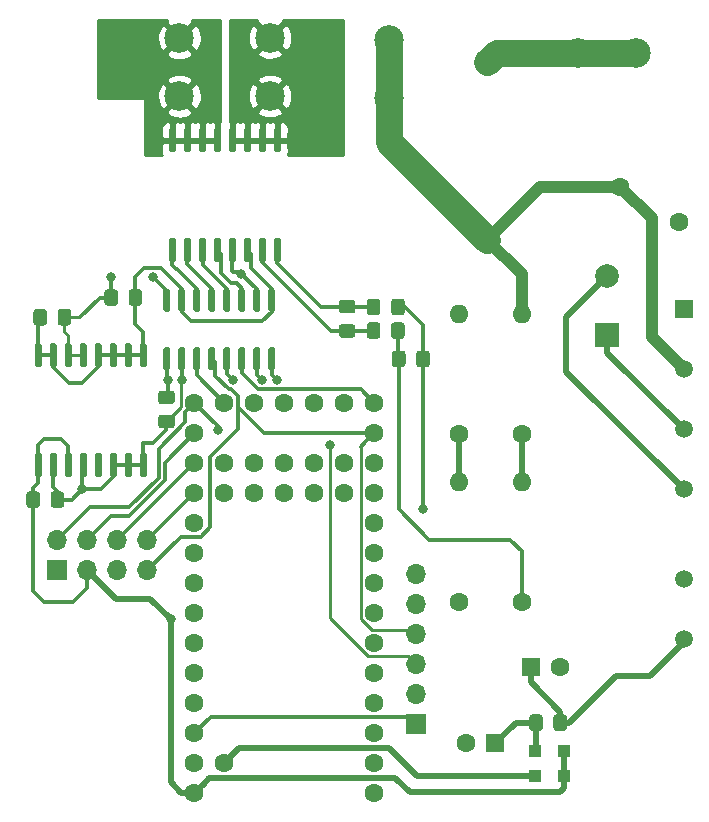
<source format=gtl>
G04 #@! TF.GenerationSoftware,KiCad,Pcbnew,(5.1.10-1-10_14)*
G04 #@! TF.CreationDate,2021-07-31T12:24:41+02:00*
G04 #@! TF.ProjectId,PowerAnalyzer_ACS71020,506f7765-7241-46e6-916c-797a65725f41,2.1*
G04 #@! TF.SameCoordinates,Original*
G04 #@! TF.FileFunction,Copper,L1,Top*
G04 #@! TF.FilePolarity,Positive*
%FSLAX46Y46*%
G04 Gerber Fmt 4.6, Leading zero omitted, Abs format (unit mm)*
G04 Created by KiCad (PCBNEW (5.1.10-1-10_14)) date 2021-07-31 12:24:41*
%MOMM*%
%LPD*%
G01*
G04 APERTURE LIST*
G04 #@! TA.AperFunction,ComponentPad*
%ADD10O,1.700000X1.700000*%
G04 #@! TD*
G04 #@! TA.AperFunction,ComponentPad*
%ADD11R,1.700000X1.700000*%
G04 #@! TD*
G04 #@! TA.AperFunction,ComponentPad*
%ADD12C,1.600000*%
G04 #@! TD*
G04 #@! TA.AperFunction,ComponentPad*
%ADD13C,2.000000*%
G04 #@! TD*
G04 #@! TA.AperFunction,ComponentPad*
%ADD14R,1.508000X1.508000*%
G04 #@! TD*
G04 #@! TA.AperFunction,ComponentPad*
%ADD15C,1.508000*%
G04 #@! TD*
G04 #@! TA.AperFunction,ComponentPad*
%ADD16C,2.500000*%
G04 #@! TD*
G04 #@! TA.AperFunction,ComponentPad*
%ADD17R,2.000000X2.000000*%
G04 #@! TD*
G04 #@! TA.AperFunction,ComponentPad*
%ADD18O,1.600000X1.600000*%
G04 #@! TD*
G04 #@! TA.AperFunction,ComponentPad*
%ADD19R,1.600000X1.600000*%
G04 #@! TD*
G04 #@! TA.AperFunction,SMDPad,CuDef*
%ADD20R,1.000000X1.000000*%
G04 #@! TD*
G04 #@! TA.AperFunction,ViaPad*
%ADD21C,0.800000*%
G04 #@! TD*
G04 #@! TA.AperFunction,Conductor*
%ADD22C,0.300000*%
G04 #@! TD*
G04 #@! TA.AperFunction,Conductor*
%ADD23C,0.250000*%
G04 #@! TD*
G04 #@! TA.AperFunction,Conductor*
%ADD24C,0.500000*%
G04 #@! TD*
G04 #@! TA.AperFunction,Conductor*
%ADD25C,2.250000*%
G04 #@! TD*
G04 #@! TA.AperFunction,Conductor*
%ADD26C,1.000000*%
G04 #@! TD*
G04 #@! TA.AperFunction,Conductor*
%ADD27C,0.254000*%
G04 #@! TD*
G04 #@! TA.AperFunction,Conductor*
%ADD28C,0.100000*%
G04 #@! TD*
G04 APERTURE END LIST*
D10*
X100000000Y-168380000D03*
X100000000Y-170920000D03*
X100000000Y-173460000D03*
X100000000Y-176000000D03*
X100000000Y-178540000D03*
D11*
X100000000Y-181080000D03*
D12*
X93980000Y-161544000D03*
X93980000Y-159004000D03*
X91440000Y-161544000D03*
X91440000Y-159004000D03*
X88900000Y-161544000D03*
X88900000Y-159004000D03*
X86360000Y-161544000D03*
X86360000Y-159004000D03*
X83820000Y-161544000D03*
X83820000Y-159004000D03*
X96520000Y-186944000D03*
X96520000Y-184404000D03*
X96520000Y-181864000D03*
X96520000Y-179324000D03*
X96520000Y-176784000D03*
X96520000Y-174244000D03*
X96520000Y-171704000D03*
X96520000Y-169164000D03*
X96520000Y-166624000D03*
X96520000Y-164084000D03*
X96520000Y-161544000D03*
X96520000Y-159004000D03*
X96520000Y-156464000D03*
X83820000Y-184404000D03*
X81280000Y-186944000D03*
X81280000Y-184404000D03*
X81280000Y-181864000D03*
X81280000Y-179324000D03*
X81280000Y-176784000D03*
X81280000Y-174244000D03*
X81280000Y-171704000D03*
X81280000Y-169164000D03*
X81280000Y-166624000D03*
X81280000Y-164084000D03*
X81280000Y-161544000D03*
X81280000Y-159004000D03*
X81280000Y-156464000D03*
X96520000Y-153924000D03*
X93980000Y-153924000D03*
X91440000Y-153924000D03*
X81280000Y-153924000D03*
X83820000Y-153924000D03*
X86360000Y-153924000D03*
X88900000Y-153924000D03*
G04 #@! TA.AperFunction,SMDPad,CuDef*
G36*
G01*
X69095000Y-162560001D02*
X69095000Y-161659999D01*
G75*
G02*
X69344999Y-161410000I249999J0D01*
G01*
X69995001Y-161410000D01*
G75*
G02*
X70245000Y-161659999I0J-249999D01*
G01*
X70245000Y-162560001D01*
G75*
G02*
X69995001Y-162810000I-249999J0D01*
G01*
X69344999Y-162810000D01*
G75*
G02*
X69095000Y-162560001I0J249999D01*
G01*
G37*
G04 #@! TD.AperFunction*
G04 #@! TA.AperFunction,SMDPad,CuDef*
G36*
G01*
X67045000Y-162560001D02*
X67045000Y-161659999D01*
G75*
G02*
X67294999Y-161410000I249999J0D01*
G01*
X67945001Y-161410000D01*
G75*
G02*
X68195000Y-161659999I0J-249999D01*
G01*
X68195000Y-162560001D01*
G75*
G02*
X67945001Y-162810000I-249999J0D01*
G01*
X67294999Y-162810000D01*
G75*
G02*
X67045000Y-162560001I0J249999D01*
G01*
G37*
G04 #@! TD.AperFunction*
D10*
X77270000Y-165530000D03*
X77270000Y-168070000D03*
X74730000Y-165530000D03*
X74730000Y-168070000D03*
X72190000Y-165530000D03*
X72190000Y-168070000D03*
X69650000Y-165530000D03*
D11*
X69650000Y-168070000D03*
D13*
X106045000Y-125088000D03*
X106045000Y-140088000D03*
D14*
X122700000Y-146000000D03*
D15*
X122700000Y-151080000D03*
X122700000Y-156160000D03*
X122700000Y-161240000D03*
X122700000Y-168860000D03*
X122700000Y-173940000D03*
G04 #@! TA.AperFunction,SMDPad,CuDef*
G36*
G01*
X76850000Y-144549999D02*
X76850000Y-145450001D01*
G75*
G02*
X76600001Y-145700000I-249999J0D01*
G01*
X75949999Y-145700000D01*
G75*
G02*
X75700000Y-145450001I0J249999D01*
G01*
X75700000Y-144549999D01*
G75*
G02*
X75949999Y-144300000I249999J0D01*
G01*
X76600001Y-144300000D01*
G75*
G02*
X76850000Y-144549999I0J-249999D01*
G01*
G37*
G04 #@! TD.AperFunction*
G04 #@! TA.AperFunction,SMDPad,CuDef*
G36*
G01*
X74800000Y-144549999D02*
X74800000Y-145450001D01*
G75*
G02*
X74550001Y-145700000I-249999J0D01*
G01*
X73899999Y-145700000D01*
G75*
G02*
X73650000Y-145450001I0J249999D01*
G01*
X73650000Y-144549999D01*
G75*
G02*
X73899999Y-144300000I249999J0D01*
G01*
X74550001Y-144300000D01*
G75*
G02*
X74800000Y-144549999I0J-249999D01*
G01*
G37*
G04 #@! TD.AperFunction*
G04 #@! TA.AperFunction,SMDPad,CuDef*
G36*
G01*
X93749999Y-147250000D02*
X94650001Y-147250000D01*
G75*
G02*
X94900000Y-147499999I0J-249999D01*
G01*
X94900000Y-148150001D01*
G75*
G02*
X94650001Y-148400000I-249999J0D01*
G01*
X93749999Y-148400000D01*
G75*
G02*
X93500000Y-148150001I0J249999D01*
G01*
X93500000Y-147499999D01*
G75*
G02*
X93749999Y-147250000I249999J0D01*
G01*
G37*
G04 #@! TD.AperFunction*
G04 #@! TA.AperFunction,SMDPad,CuDef*
G36*
G01*
X93749999Y-145200000D02*
X94650001Y-145200000D01*
G75*
G02*
X94900000Y-145449999I0J-249999D01*
G01*
X94900000Y-146100001D01*
G75*
G02*
X94650001Y-146350000I-249999J0D01*
G01*
X93749999Y-146350000D01*
G75*
G02*
X93500000Y-146100001I0J249999D01*
G01*
X93500000Y-145449999D01*
G75*
G02*
X93749999Y-145200000I249999J0D01*
G01*
G37*
G04 #@! TD.AperFunction*
G04 #@! TA.AperFunction,SMDPad,CuDef*
G36*
G01*
X79350001Y-154030000D02*
X78449999Y-154030000D01*
G75*
G02*
X78200000Y-153780001I0J249999D01*
G01*
X78200000Y-153129999D01*
G75*
G02*
X78449999Y-152880000I249999J0D01*
G01*
X79350001Y-152880000D01*
G75*
G02*
X79600000Y-153129999I0J-249999D01*
G01*
X79600000Y-153780001D01*
G75*
G02*
X79350001Y-154030000I-249999J0D01*
G01*
G37*
G04 #@! TD.AperFunction*
G04 #@! TA.AperFunction,SMDPad,CuDef*
G36*
G01*
X79350001Y-156080000D02*
X78449999Y-156080000D01*
G75*
G02*
X78200000Y-155830001I0J249999D01*
G01*
X78200000Y-155179999D01*
G75*
G02*
X78449999Y-154930000I249999J0D01*
G01*
X79350001Y-154930000D01*
G75*
G02*
X79600000Y-155179999I0J-249999D01*
G01*
X79600000Y-155830001D01*
G75*
G02*
X79350001Y-156080000I-249999J0D01*
G01*
G37*
G04 #@! TD.AperFunction*
G04 #@! TA.AperFunction,SMDPad,CuDef*
G36*
G01*
X79085000Y-151140000D02*
X78785000Y-151140000D01*
G75*
G02*
X78635000Y-150990000I0J150000D01*
G01*
X78635000Y-149340000D01*
G75*
G02*
X78785000Y-149190000I150000J0D01*
G01*
X79085000Y-149190000D01*
G75*
G02*
X79235000Y-149340000I0J-150000D01*
G01*
X79235000Y-150990000D01*
G75*
G02*
X79085000Y-151140000I-150000J0D01*
G01*
G37*
G04 #@! TD.AperFunction*
G04 #@! TA.AperFunction,SMDPad,CuDef*
G36*
G01*
X80355000Y-151140000D02*
X80055000Y-151140000D01*
G75*
G02*
X79905000Y-150990000I0J150000D01*
G01*
X79905000Y-149340000D01*
G75*
G02*
X80055000Y-149190000I150000J0D01*
G01*
X80355000Y-149190000D01*
G75*
G02*
X80505000Y-149340000I0J-150000D01*
G01*
X80505000Y-150990000D01*
G75*
G02*
X80355000Y-151140000I-150000J0D01*
G01*
G37*
G04 #@! TD.AperFunction*
G04 #@! TA.AperFunction,SMDPad,CuDef*
G36*
G01*
X81625000Y-151140000D02*
X81325000Y-151140000D01*
G75*
G02*
X81175000Y-150990000I0J150000D01*
G01*
X81175000Y-149340000D01*
G75*
G02*
X81325000Y-149190000I150000J0D01*
G01*
X81625000Y-149190000D01*
G75*
G02*
X81775000Y-149340000I0J-150000D01*
G01*
X81775000Y-150990000D01*
G75*
G02*
X81625000Y-151140000I-150000J0D01*
G01*
G37*
G04 #@! TD.AperFunction*
G04 #@! TA.AperFunction,SMDPad,CuDef*
G36*
G01*
X82895000Y-151140000D02*
X82595000Y-151140000D01*
G75*
G02*
X82445000Y-150990000I0J150000D01*
G01*
X82445000Y-149340000D01*
G75*
G02*
X82595000Y-149190000I150000J0D01*
G01*
X82895000Y-149190000D01*
G75*
G02*
X83045000Y-149340000I0J-150000D01*
G01*
X83045000Y-150990000D01*
G75*
G02*
X82895000Y-151140000I-150000J0D01*
G01*
G37*
G04 #@! TD.AperFunction*
G04 #@! TA.AperFunction,SMDPad,CuDef*
G36*
G01*
X84165000Y-151140000D02*
X83865000Y-151140000D01*
G75*
G02*
X83715000Y-150990000I0J150000D01*
G01*
X83715000Y-149340000D01*
G75*
G02*
X83865000Y-149190000I150000J0D01*
G01*
X84165000Y-149190000D01*
G75*
G02*
X84315000Y-149340000I0J-150000D01*
G01*
X84315000Y-150990000D01*
G75*
G02*
X84165000Y-151140000I-150000J0D01*
G01*
G37*
G04 #@! TD.AperFunction*
G04 #@! TA.AperFunction,SMDPad,CuDef*
G36*
G01*
X85435000Y-151140000D02*
X85135000Y-151140000D01*
G75*
G02*
X84985000Y-150990000I0J150000D01*
G01*
X84985000Y-149340000D01*
G75*
G02*
X85135000Y-149190000I150000J0D01*
G01*
X85435000Y-149190000D01*
G75*
G02*
X85585000Y-149340000I0J-150000D01*
G01*
X85585000Y-150990000D01*
G75*
G02*
X85435000Y-151140000I-150000J0D01*
G01*
G37*
G04 #@! TD.AperFunction*
G04 #@! TA.AperFunction,SMDPad,CuDef*
G36*
G01*
X86705000Y-151140000D02*
X86405000Y-151140000D01*
G75*
G02*
X86255000Y-150990000I0J150000D01*
G01*
X86255000Y-149340000D01*
G75*
G02*
X86405000Y-149190000I150000J0D01*
G01*
X86705000Y-149190000D01*
G75*
G02*
X86855000Y-149340000I0J-150000D01*
G01*
X86855000Y-150990000D01*
G75*
G02*
X86705000Y-151140000I-150000J0D01*
G01*
G37*
G04 #@! TD.AperFunction*
G04 #@! TA.AperFunction,SMDPad,CuDef*
G36*
G01*
X87975000Y-151140000D02*
X87675000Y-151140000D01*
G75*
G02*
X87525000Y-150990000I0J150000D01*
G01*
X87525000Y-149340000D01*
G75*
G02*
X87675000Y-149190000I150000J0D01*
G01*
X87975000Y-149190000D01*
G75*
G02*
X88125000Y-149340000I0J-150000D01*
G01*
X88125000Y-150990000D01*
G75*
G02*
X87975000Y-151140000I-150000J0D01*
G01*
G37*
G04 #@! TD.AperFunction*
G04 #@! TA.AperFunction,SMDPad,CuDef*
G36*
G01*
X87975000Y-146190000D02*
X87675000Y-146190000D01*
G75*
G02*
X87525000Y-146040000I0J150000D01*
G01*
X87525000Y-144390000D01*
G75*
G02*
X87675000Y-144240000I150000J0D01*
G01*
X87975000Y-144240000D01*
G75*
G02*
X88125000Y-144390000I0J-150000D01*
G01*
X88125000Y-146040000D01*
G75*
G02*
X87975000Y-146190000I-150000J0D01*
G01*
G37*
G04 #@! TD.AperFunction*
G04 #@! TA.AperFunction,SMDPad,CuDef*
G36*
G01*
X86705000Y-146190000D02*
X86405000Y-146190000D01*
G75*
G02*
X86255000Y-146040000I0J150000D01*
G01*
X86255000Y-144390000D01*
G75*
G02*
X86405000Y-144240000I150000J0D01*
G01*
X86705000Y-144240000D01*
G75*
G02*
X86855000Y-144390000I0J-150000D01*
G01*
X86855000Y-146040000D01*
G75*
G02*
X86705000Y-146190000I-150000J0D01*
G01*
G37*
G04 #@! TD.AperFunction*
G04 #@! TA.AperFunction,SMDPad,CuDef*
G36*
G01*
X85435000Y-146190000D02*
X85135000Y-146190000D01*
G75*
G02*
X84985000Y-146040000I0J150000D01*
G01*
X84985000Y-144390000D01*
G75*
G02*
X85135000Y-144240000I150000J0D01*
G01*
X85435000Y-144240000D01*
G75*
G02*
X85585000Y-144390000I0J-150000D01*
G01*
X85585000Y-146040000D01*
G75*
G02*
X85435000Y-146190000I-150000J0D01*
G01*
G37*
G04 #@! TD.AperFunction*
G04 #@! TA.AperFunction,SMDPad,CuDef*
G36*
G01*
X84165000Y-146190000D02*
X83865000Y-146190000D01*
G75*
G02*
X83715000Y-146040000I0J150000D01*
G01*
X83715000Y-144390000D01*
G75*
G02*
X83865000Y-144240000I150000J0D01*
G01*
X84165000Y-144240000D01*
G75*
G02*
X84315000Y-144390000I0J-150000D01*
G01*
X84315000Y-146040000D01*
G75*
G02*
X84165000Y-146190000I-150000J0D01*
G01*
G37*
G04 #@! TD.AperFunction*
G04 #@! TA.AperFunction,SMDPad,CuDef*
G36*
G01*
X82895000Y-146190000D02*
X82595000Y-146190000D01*
G75*
G02*
X82445000Y-146040000I0J150000D01*
G01*
X82445000Y-144390000D01*
G75*
G02*
X82595000Y-144240000I150000J0D01*
G01*
X82895000Y-144240000D01*
G75*
G02*
X83045000Y-144390000I0J-150000D01*
G01*
X83045000Y-146040000D01*
G75*
G02*
X82895000Y-146190000I-150000J0D01*
G01*
G37*
G04 #@! TD.AperFunction*
G04 #@! TA.AperFunction,SMDPad,CuDef*
G36*
G01*
X81625000Y-146190000D02*
X81325000Y-146190000D01*
G75*
G02*
X81175000Y-146040000I0J150000D01*
G01*
X81175000Y-144390000D01*
G75*
G02*
X81325000Y-144240000I150000J0D01*
G01*
X81625000Y-144240000D01*
G75*
G02*
X81775000Y-144390000I0J-150000D01*
G01*
X81775000Y-146040000D01*
G75*
G02*
X81625000Y-146190000I-150000J0D01*
G01*
G37*
G04 #@! TD.AperFunction*
G04 #@! TA.AperFunction,SMDPad,CuDef*
G36*
G01*
X80355000Y-146190000D02*
X80055000Y-146190000D01*
G75*
G02*
X79905000Y-146040000I0J150000D01*
G01*
X79905000Y-144390000D01*
G75*
G02*
X80055000Y-144240000I150000J0D01*
G01*
X80355000Y-144240000D01*
G75*
G02*
X80505000Y-144390000I0J-150000D01*
G01*
X80505000Y-146040000D01*
G75*
G02*
X80355000Y-146190000I-150000J0D01*
G01*
G37*
G04 #@! TD.AperFunction*
G04 #@! TA.AperFunction,SMDPad,CuDef*
G36*
G01*
X79085000Y-146190000D02*
X78785000Y-146190000D01*
G75*
G02*
X78635000Y-146040000I0J150000D01*
G01*
X78635000Y-144390000D01*
G75*
G02*
X78785000Y-144240000I150000J0D01*
G01*
X79085000Y-144240000D01*
G75*
G02*
X79235000Y-144390000I0J-150000D01*
G01*
X79235000Y-146040000D01*
G75*
G02*
X79085000Y-146190000I-150000J0D01*
G01*
G37*
G04 #@! TD.AperFunction*
D16*
X113730000Y-124265000D03*
X118680000Y-124265000D03*
D13*
X116205000Y-143193000D03*
D17*
X116205000Y-148193000D03*
G04 #@! TA.AperFunction,SMDPad,CuDef*
G36*
G01*
X68205000Y-160203000D02*
X67905000Y-160203000D01*
G75*
G02*
X67755000Y-160053000I0J150000D01*
G01*
X67755000Y-158303000D01*
G75*
G02*
X67905000Y-158153000I150000J0D01*
G01*
X68205000Y-158153000D01*
G75*
G02*
X68355000Y-158303000I0J-150000D01*
G01*
X68355000Y-160053000D01*
G75*
G02*
X68205000Y-160203000I-150000J0D01*
G01*
G37*
G04 #@! TD.AperFunction*
G04 #@! TA.AperFunction,SMDPad,CuDef*
G36*
G01*
X69475000Y-160203000D02*
X69175000Y-160203000D01*
G75*
G02*
X69025000Y-160053000I0J150000D01*
G01*
X69025000Y-158303000D01*
G75*
G02*
X69175000Y-158153000I150000J0D01*
G01*
X69475000Y-158153000D01*
G75*
G02*
X69625000Y-158303000I0J-150000D01*
G01*
X69625000Y-160053000D01*
G75*
G02*
X69475000Y-160203000I-150000J0D01*
G01*
G37*
G04 #@! TD.AperFunction*
G04 #@! TA.AperFunction,SMDPad,CuDef*
G36*
G01*
X70745000Y-160203000D02*
X70445000Y-160203000D01*
G75*
G02*
X70295000Y-160053000I0J150000D01*
G01*
X70295000Y-158303000D01*
G75*
G02*
X70445000Y-158153000I150000J0D01*
G01*
X70745000Y-158153000D01*
G75*
G02*
X70895000Y-158303000I0J-150000D01*
G01*
X70895000Y-160053000D01*
G75*
G02*
X70745000Y-160203000I-150000J0D01*
G01*
G37*
G04 #@! TD.AperFunction*
G04 #@! TA.AperFunction,SMDPad,CuDef*
G36*
G01*
X72015000Y-160203000D02*
X71715000Y-160203000D01*
G75*
G02*
X71565000Y-160053000I0J150000D01*
G01*
X71565000Y-158303000D01*
G75*
G02*
X71715000Y-158153000I150000J0D01*
G01*
X72015000Y-158153000D01*
G75*
G02*
X72165000Y-158303000I0J-150000D01*
G01*
X72165000Y-160053000D01*
G75*
G02*
X72015000Y-160203000I-150000J0D01*
G01*
G37*
G04 #@! TD.AperFunction*
G04 #@! TA.AperFunction,SMDPad,CuDef*
G36*
G01*
X73285000Y-160203000D02*
X72985000Y-160203000D01*
G75*
G02*
X72835000Y-160053000I0J150000D01*
G01*
X72835000Y-158303000D01*
G75*
G02*
X72985000Y-158153000I150000J0D01*
G01*
X73285000Y-158153000D01*
G75*
G02*
X73435000Y-158303000I0J-150000D01*
G01*
X73435000Y-160053000D01*
G75*
G02*
X73285000Y-160203000I-150000J0D01*
G01*
G37*
G04 #@! TD.AperFunction*
G04 #@! TA.AperFunction,SMDPad,CuDef*
G36*
G01*
X74555000Y-160203000D02*
X74255000Y-160203000D01*
G75*
G02*
X74105000Y-160053000I0J150000D01*
G01*
X74105000Y-158303000D01*
G75*
G02*
X74255000Y-158153000I150000J0D01*
G01*
X74555000Y-158153000D01*
G75*
G02*
X74705000Y-158303000I0J-150000D01*
G01*
X74705000Y-160053000D01*
G75*
G02*
X74555000Y-160203000I-150000J0D01*
G01*
G37*
G04 #@! TD.AperFunction*
G04 #@! TA.AperFunction,SMDPad,CuDef*
G36*
G01*
X75825000Y-160203000D02*
X75525000Y-160203000D01*
G75*
G02*
X75375000Y-160053000I0J150000D01*
G01*
X75375000Y-158303000D01*
G75*
G02*
X75525000Y-158153000I150000J0D01*
G01*
X75825000Y-158153000D01*
G75*
G02*
X75975000Y-158303000I0J-150000D01*
G01*
X75975000Y-160053000D01*
G75*
G02*
X75825000Y-160203000I-150000J0D01*
G01*
G37*
G04 #@! TD.AperFunction*
G04 #@! TA.AperFunction,SMDPad,CuDef*
G36*
G01*
X77095000Y-160203000D02*
X76795000Y-160203000D01*
G75*
G02*
X76645000Y-160053000I0J150000D01*
G01*
X76645000Y-158303000D01*
G75*
G02*
X76795000Y-158153000I150000J0D01*
G01*
X77095000Y-158153000D01*
G75*
G02*
X77245000Y-158303000I0J-150000D01*
G01*
X77245000Y-160053000D01*
G75*
G02*
X77095000Y-160203000I-150000J0D01*
G01*
G37*
G04 #@! TD.AperFunction*
G04 #@! TA.AperFunction,SMDPad,CuDef*
G36*
G01*
X77095000Y-150903000D02*
X76795000Y-150903000D01*
G75*
G02*
X76645000Y-150753000I0J150000D01*
G01*
X76645000Y-149003000D01*
G75*
G02*
X76795000Y-148853000I150000J0D01*
G01*
X77095000Y-148853000D01*
G75*
G02*
X77245000Y-149003000I0J-150000D01*
G01*
X77245000Y-150753000D01*
G75*
G02*
X77095000Y-150903000I-150000J0D01*
G01*
G37*
G04 #@! TD.AperFunction*
G04 #@! TA.AperFunction,SMDPad,CuDef*
G36*
G01*
X75825000Y-150903000D02*
X75525000Y-150903000D01*
G75*
G02*
X75375000Y-150753000I0J150000D01*
G01*
X75375000Y-149003000D01*
G75*
G02*
X75525000Y-148853000I150000J0D01*
G01*
X75825000Y-148853000D01*
G75*
G02*
X75975000Y-149003000I0J-150000D01*
G01*
X75975000Y-150753000D01*
G75*
G02*
X75825000Y-150903000I-150000J0D01*
G01*
G37*
G04 #@! TD.AperFunction*
G04 #@! TA.AperFunction,SMDPad,CuDef*
G36*
G01*
X74555000Y-150903000D02*
X74255000Y-150903000D01*
G75*
G02*
X74105000Y-150753000I0J150000D01*
G01*
X74105000Y-149003000D01*
G75*
G02*
X74255000Y-148853000I150000J0D01*
G01*
X74555000Y-148853000D01*
G75*
G02*
X74705000Y-149003000I0J-150000D01*
G01*
X74705000Y-150753000D01*
G75*
G02*
X74555000Y-150903000I-150000J0D01*
G01*
G37*
G04 #@! TD.AperFunction*
G04 #@! TA.AperFunction,SMDPad,CuDef*
G36*
G01*
X73285000Y-150903000D02*
X72985000Y-150903000D01*
G75*
G02*
X72835000Y-150753000I0J150000D01*
G01*
X72835000Y-149003000D01*
G75*
G02*
X72985000Y-148853000I150000J0D01*
G01*
X73285000Y-148853000D01*
G75*
G02*
X73435000Y-149003000I0J-150000D01*
G01*
X73435000Y-150753000D01*
G75*
G02*
X73285000Y-150903000I-150000J0D01*
G01*
G37*
G04 #@! TD.AperFunction*
G04 #@! TA.AperFunction,SMDPad,CuDef*
G36*
G01*
X72015000Y-150903000D02*
X71715000Y-150903000D01*
G75*
G02*
X71565000Y-150753000I0J150000D01*
G01*
X71565000Y-149003000D01*
G75*
G02*
X71715000Y-148853000I150000J0D01*
G01*
X72015000Y-148853000D01*
G75*
G02*
X72165000Y-149003000I0J-150000D01*
G01*
X72165000Y-150753000D01*
G75*
G02*
X72015000Y-150903000I-150000J0D01*
G01*
G37*
G04 #@! TD.AperFunction*
G04 #@! TA.AperFunction,SMDPad,CuDef*
G36*
G01*
X70745000Y-150903000D02*
X70445000Y-150903000D01*
G75*
G02*
X70295000Y-150753000I0J150000D01*
G01*
X70295000Y-149003000D01*
G75*
G02*
X70445000Y-148853000I150000J0D01*
G01*
X70745000Y-148853000D01*
G75*
G02*
X70895000Y-149003000I0J-150000D01*
G01*
X70895000Y-150753000D01*
G75*
G02*
X70745000Y-150903000I-150000J0D01*
G01*
G37*
G04 #@! TD.AperFunction*
G04 #@! TA.AperFunction,SMDPad,CuDef*
G36*
G01*
X69475000Y-150903000D02*
X69175000Y-150903000D01*
G75*
G02*
X69025000Y-150753000I0J150000D01*
G01*
X69025000Y-149003000D01*
G75*
G02*
X69175000Y-148853000I150000J0D01*
G01*
X69475000Y-148853000D01*
G75*
G02*
X69625000Y-149003000I0J-150000D01*
G01*
X69625000Y-150753000D01*
G75*
G02*
X69475000Y-150903000I-150000J0D01*
G01*
G37*
G04 #@! TD.AperFunction*
G04 #@! TA.AperFunction,SMDPad,CuDef*
G36*
G01*
X68205000Y-150903000D02*
X67905000Y-150903000D01*
G75*
G02*
X67755000Y-150753000I0J150000D01*
G01*
X67755000Y-149003000D01*
G75*
G02*
X67905000Y-148853000I150000J0D01*
G01*
X68205000Y-148853000D01*
G75*
G02*
X68355000Y-149003000I0J-150000D01*
G01*
X68355000Y-150753000D01*
G75*
G02*
X68205000Y-150903000I-150000J0D01*
G01*
G37*
G04 #@! TD.AperFunction*
D16*
X97790000Y-128140000D03*
X97790000Y-123190000D03*
X87668100Y-127936800D03*
X87668100Y-122986800D03*
X80010000Y-122999500D03*
X80010000Y-127949500D03*
G04 #@! TA.AperFunction,SMDPad,CuDef*
G36*
G01*
X99075000Y-145349999D02*
X99075000Y-146250001D01*
G75*
G02*
X98825001Y-146500000I-249999J0D01*
G01*
X98174999Y-146500000D01*
G75*
G02*
X97925000Y-146250001I0J249999D01*
G01*
X97925000Y-145349999D01*
G75*
G02*
X98174999Y-145100000I249999J0D01*
G01*
X98825001Y-145100000D01*
G75*
G02*
X99075000Y-145349999I0J-249999D01*
G01*
G37*
G04 #@! TD.AperFunction*
G04 #@! TA.AperFunction,SMDPad,CuDef*
G36*
G01*
X97025000Y-145349999D02*
X97025000Y-146250001D01*
G75*
G02*
X96775001Y-146500000I-249999J0D01*
G01*
X96124999Y-146500000D01*
G75*
G02*
X95875000Y-146250001I0J249999D01*
G01*
X95875000Y-145349999D01*
G75*
G02*
X96124999Y-145100000I249999J0D01*
G01*
X96775001Y-145100000D01*
G75*
G02*
X97025000Y-145349999I0J-249999D01*
G01*
G37*
G04 #@! TD.AperFunction*
G04 #@! TA.AperFunction,SMDPad,CuDef*
G36*
G01*
X88153000Y-139968000D02*
X88453000Y-139968000D01*
G75*
G02*
X88603000Y-140118000I0J-150000D01*
G01*
X88603000Y-141868000D01*
G75*
G02*
X88453000Y-142018000I-150000J0D01*
G01*
X88153000Y-142018000D01*
G75*
G02*
X88003000Y-141868000I0J150000D01*
G01*
X88003000Y-140118000D01*
G75*
G02*
X88153000Y-139968000I150000J0D01*
G01*
G37*
G04 #@! TD.AperFunction*
G04 #@! TA.AperFunction,SMDPad,CuDef*
G36*
G01*
X86883000Y-139968000D02*
X87183000Y-139968000D01*
G75*
G02*
X87333000Y-140118000I0J-150000D01*
G01*
X87333000Y-141868000D01*
G75*
G02*
X87183000Y-142018000I-150000J0D01*
G01*
X86883000Y-142018000D01*
G75*
G02*
X86733000Y-141868000I0J150000D01*
G01*
X86733000Y-140118000D01*
G75*
G02*
X86883000Y-139968000I150000J0D01*
G01*
G37*
G04 #@! TD.AperFunction*
G04 #@! TA.AperFunction,SMDPad,CuDef*
G36*
G01*
X85613000Y-139968000D02*
X85913000Y-139968000D01*
G75*
G02*
X86063000Y-140118000I0J-150000D01*
G01*
X86063000Y-141868000D01*
G75*
G02*
X85913000Y-142018000I-150000J0D01*
G01*
X85613000Y-142018000D01*
G75*
G02*
X85463000Y-141868000I0J150000D01*
G01*
X85463000Y-140118000D01*
G75*
G02*
X85613000Y-139968000I150000J0D01*
G01*
G37*
G04 #@! TD.AperFunction*
G04 #@! TA.AperFunction,SMDPad,CuDef*
G36*
G01*
X84343000Y-139968000D02*
X84643000Y-139968000D01*
G75*
G02*
X84793000Y-140118000I0J-150000D01*
G01*
X84793000Y-141868000D01*
G75*
G02*
X84643000Y-142018000I-150000J0D01*
G01*
X84343000Y-142018000D01*
G75*
G02*
X84193000Y-141868000I0J150000D01*
G01*
X84193000Y-140118000D01*
G75*
G02*
X84343000Y-139968000I150000J0D01*
G01*
G37*
G04 #@! TD.AperFunction*
G04 #@! TA.AperFunction,SMDPad,CuDef*
G36*
G01*
X83073000Y-139968000D02*
X83373000Y-139968000D01*
G75*
G02*
X83523000Y-140118000I0J-150000D01*
G01*
X83523000Y-141868000D01*
G75*
G02*
X83373000Y-142018000I-150000J0D01*
G01*
X83073000Y-142018000D01*
G75*
G02*
X82923000Y-141868000I0J150000D01*
G01*
X82923000Y-140118000D01*
G75*
G02*
X83073000Y-139968000I150000J0D01*
G01*
G37*
G04 #@! TD.AperFunction*
G04 #@! TA.AperFunction,SMDPad,CuDef*
G36*
G01*
X81803000Y-139968000D02*
X82103000Y-139968000D01*
G75*
G02*
X82253000Y-140118000I0J-150000D01*
G01*
X82253000Y-141868000D01*
G75*
G02*
X82103000Y-142018000I-150000J0D01*
G01*
X81803000Y-142018000D01*
G75*
G02*
X81653000Y-141868000I0J150000D01*
G01*
X81653000Y-140118000D01*
G75*
G02*
X81803000Y-139968000I150000J0D01*
G01*
G37*
G04 #@! TD.AperFunction*
G04 #@! TA.AperFunction,SMDPad,CuDef*
G36*
G01*
X80533000Y-139968000D02*
X80833000Y-139968000D01*
G75*
G02*
X80983000Y-140118000I0J-150000D01*
G01*
X80983000Y-141868000D01*
G75*
G02*
X80833000Y-142018000I-150000J0D01*
G01*
X80533000Y-142018000D01*
G75*
G02*
X80383000Y-141868000I0J150000D01*
G01*
X80383000Y-140118000D01*
G75*
G02*
X80533000Y-139968000I150000J0D01*
G01*
G37*
G04 #@! TD.AperFunction*
G04 #@! TA.AperFunction,SMDPad,CuDef*
G36*
G01*
X79263000Y-139968000D02*
X79563000Y-139968000D01*
G75*
G02*
X79713000Y-140118000I0J-150000D01*
G01*
X79713000Y-141868000D01*
G75*
G02*
X79563000Y-142018000I-150000J0D01*
G01*
X79263000Y-142018000D01*
G75*
G02*
X79113000Y-141868000I0J150000D01*
G01*
X79113000Y-140118000D01*
G75*
G02*
X79263000Y-139968000I150000J0D01*
G01*
G37*
G04 #@! TD.AperFunction*
G04 #@! TA.AperFunction,SMDPad,CuDef*
G36*
G01*
X79263000Y-130668000D02*
X79563000Y-130668000D01*
G75*
G02*
X79713000Y-130818000I0J-150000D01*
G01*
X79713000Y-132568000D01*
G75*
G02*
X79563000Y-132718000I-150000J0D01*
G01*
X79263000Y-132718000D01*
G75*
G02*
X79113000Y-132568000I0J150000D01*
G01*
X79113000Y-130818000D01*
G75*
G02*
X79263000Y-130668000I150000J0D01*
G01*
G37*
G04 #@! TD.AperFunction*
G04 #@! TA.AperFunction,SMDPad,CuDef*
G36*
G01*
X80533000Y-130668000D02*
X80833000Y-130668000D01*
G75*
G02*
X80983000Y-130818000I0J-150000D01*
G01*
X80983000Y-132568000D01*
G75*
G02*
X80833000Y-132718000I-150000J0D01*
G01*
X80533000Y-132718000D01*
G75*
G02*
X80383000Y-132568000I0J150000D01*
G01*
X80383000Y-130818000D01*
G75*
G02*
X80533000Y-130668000I150000J0D01*
G01*
G37*
G04 #@! TD.AperFunction*
G04 #@! TA.AperFunction,SMDPad,CuDef*
G36*
G01*
X81803000Y-130668000D02*
X82103000Y-130668000D01*
G75*
G02*
X82253000Y-130818000I0J-150000D01*
G01*
X82253000Y-132568000D01*
G75*
G02*
X82103000Y-132718000I-150000J0D01*
G01*
X81803000Y-132718000D01*
G75*
G02*
X81653000Y-132568000I0J150000D01*
G01*
X81653000Y-130818000D01*
G75*
G02*
X81803000Y-130668000I150000J0D01*
G01*
G37*
G04 #@! TD.AperFunction*
G04 #@! TA.AperFunction,SMDPad,CuDef*
G36*
G01*
X83073000Y-130668000D02*
X83373000Y-130668000D01*
G75*
G02*
X83523000Y-130818000I0J-150000D01*
G01*
X83523000Y-132568000D01*
G75*
G02*
X83373000Y-132718000I-150000J0D01*
G01*
X83073000Y-132718000D01*
G75*
G02*
X82923000Y-132568000I0J150000D01*
G01*
X82923000Y-130818000D01*
G75*
G02*
X83073000Y-130668000I150000J0D01*
G01*
G37*
G04 #@! TD.AperFunction*
G04 #@! TA.AperFunction,SMDPad,CuDef*
G36*
G01*
X84343000Y-130668000D02*
X84643000Y-130668000D01*
G75*
G02*
X84793000Y-130818000I0J-150000D01*
G01*
X84793000Y-132568000D01*
G75*
G02*
X84643000Y-132718000I-150000J0D01*
G01*
X84343000Y-132718000D01*
G75*
G02*
X84193000Y-132568000I0J150000D01*
G01*
X84193000Y-130818000D01*
G75*
G02*
X84343000Y-130668000I150000J0D01*
G01*
G37*
G04 #@! TD.AperFunction*
G04 #@! TA.AperFunction,SMDPad,CuDef*
G36*
G01*
X85613000Y-130668000D02*
X85913000Y-130668000D01*
G75*
G02*
X86063000Y-130818000I0J-150000D01*
G01*
X86063000Y-132568000D01*
G75*
G02*
X85913000Y-132718000I-150000J0D01*
G01*
X85613000Y-132718000D01*
G75*
G02*
X85463000Y-132568000I0J150000D01*
G01*
X85463000Y-130818000D01*
G75*
G02*
X85613000Y-130668000I150000J0D01*
G01*
G37*
G04 #@! TD.AperFunction*
G04 #@! TA.AperFunction,SMDPad,CuDef*
G36*
G01*
X86883000Y-130668000D02*
X87183000Y-130668000D01*
G75*
G02*
X87333000Y-130818000I0J-150000D01*
G01*
X87333000Y-132568000D01*
G75*
G02*
X87183000Y-132718000I-150000J0D01*
G01*
X86883000Y-132718000D01*
G75*
G02*
X86733000Y-132568000I0J150000D01*
G01*
X86733000Y-130818000D01*
G75*
G02*
X86883000Y-130668000I150000J0D01*
G01*
G37*
G04 #@! TD.AperFunction*
G04 #@! TA.AperFunction,SMDPad,CuDef*
G36*
G01*
X88153000Y-130668000D02*
X88453000Y-130668000D01*
G75*
G02*
X88603000Y-130818000I0J-150000D01*
G01*
X88603000Y-132568000D01*
G75*
G02*
X88453000Y-132718000I-150000J0D01*
G01*
X88153000Y-132718000D01*
G75*
G02*
X88003000Y-132568000I0J150000D01*
G01*
X88003000Y-130818000D01*
G75*
G02*
X88153000Y-130668000I150000J0D01*
G01*
G37*
G04 #@! TD.AperFunction*
G04 #@! TA.AperFunction,SMDPad,CuDef*
G36*
G01*
X67650000Y-147120001D02*
X67650000Y-146219999D01*
G75*
G02*
X67899999Y-145970000I249999J0D01*
G01*
X68550001Y-145970000D01*
G75*
G02*
X68800000Y-146219999I0J-249999D01*
G01*
X68800000Y-147120001D01*
G75*
G02*
X68550001Y-147370000I-249999J0D01*
G01*
X67899999Y-147370000D01*
G75*
G02*
X67650000Y-147120001I0J249999D01*
G01*
G37*
G04 #@! TD.AperFunction*
G04 #@! TA.AperFunction,SMDPad,CuDef*
G36*
G01*
X69700000Y-147120001D02*
X69700000Y-146219999D01*
G75*
G02*
X69949999Y-145970000I249999J0D01*
G01*
X70600001Y-145970000D01*
G75*
G02*
X70850000Y-146219999I0J-249999D01*
G01*
X70850000Y-147120001D01*
G75*
G02*
X70600001Y-147370000I-249999J0D01*
G01*
X69949999Y-147370000D01*
G75*
G02*
X69700000Y-147120001I0J249999D01*
G01*
G37*
G04 #@! TD.AperFunction*
G04 #@! TA.AperFunction,SMDPad,CuDef*
G36*
G01*
X97025000Y-147349999D02*
X97025000Y-148250001D01*
G75*
G02*
X96775001Y-148500000I-249999J0D01*
G01*
X96124999Y-148500000D01*
G75*
G02*
X95875000Y-148250001I0J249999D01*
G01*
X95875000Y-147349999D01*
G75*
G02*
X96124999Y-147100000I249999J0D01*
G01*
X96775001Y-147100000D01*
G75*
G02*
X97025000Y-147349999I0J-249999D01*
G01*
G37*
G04 #@! TD.AperFunction*
G04 #@! TA.AperFunction,SMDPad,CuDef*
G36*
G01*
X99075000Y-147349999D02*
X99075000Y-148250001D01*
G75*
G02*
X98825001Y-148500000I-249999J0D01*
G01*
X98174999Y-148500000D01*
G75*
G02*
X97925000Y-148250001I0J249999D01*
G01*
X97925000Y-147349999D01*
G75*
G02*
X98174999Y-147100000I249999J0D01*
G01*
X98825001Y-147100000D01*
G75*
G02*
X99075000Y-147349999I0J-249999D01*
G01*
G37*
G04 #@! TD.AperFunction*
D18*
X109000000Y-146389000D03*
D12*
X109000000Y-156549000D03*
X103660000Y-156549000D03*
D18*
X103660000Y-146389000D03*
D12*
X109000000Y-170750000D03*
D18*
X109000000Y-160590000D03*
X103660000Y-160613000D03*
D12*
X103660000Y-170773000D03*
G04 #@! TA.AperFunction,SMDPad,CuDef*
G36*
G01*
X101200000Y-149749999D02*
X101200000Y-150650001D01*
G75*
G02*
X100950001Y-150900000I-249999J0D01*
G01*
X100299999Y-150900000D01*
G75*
G02*
X100050000Y-150650001I0J249999D01*
G01*
X100050000Y-149749999D01*
G75*
G02*
X100299999Y-149500000I249999J0D01*
G01*
X100950001Y-149500000D01*
G75*
G02*
X101200000Y-149749999I0J-249999D01*
G01*
G37*
G04 #@! TD.AperFunction*
G04 #@! TA.AperFunction,SMDPad,CuDef*
G36*
G01*
X99150000Y-149749999D02*
X99150000Y-150650001D01*
G75*
G02*
X98900001Y-150900000I-249999J0D01*
G01*
X98249999Y-150900000D01*
G75*
G02*
X98000000Y-150650001I0J249999D01*
G01*
X98000000Y-149749999D01*
G75*
G02*
X98249999Y-149500000I249999J0D01*
G01*
X98900001Y-149500000D01*
G75*
G02*
X99150000Y-149749999I0J-249999D01*
G01*
G37*
G04 #@! TD.AperFunction*
X117300000Y-135600000D03*
X122300000Y-138600000D03*
D19*
X109750000Y-176250000D03*
D12*
X112250000Y-176250000D03*
X104250000Y-182750000D03*
D19*
X106750000Y-182750000D03*
D20*
X112600000Y-183350000D03*
X110100000Y-183350000D03*
X110100000Y-185500000D03*
X112600000Y-185500000D03*
G04 #@! TA.AperFunction,SMDPad,CuDef*
G36*
G01*
X112825000Y-180549999D02*
X112825000Y-181450001D01*
G75*
G02*
X112575001Y-181700000I-249999J0D01*
G01*
X111924999Y-181700000D01*
G75*
G02*
X111675000Y-181450001I0J249999D01*
G01*
X111675000Y-180549999D01*
G75*
G02*
X111924999Y-180300000I249999J0D01*
G01*
X112575001Y-180300000D01*
G75*
G02*
X112825000Y-180549999I0J-249999D01*
G01*
G37*
G04 #@! TD.AperFunction*
G04 #@! TA.AperFunction,SMDPad,CuDef*
G36*
G01*
X110775000Y-180549999D02*
X110775000Y-181450001D01*
G75*
G02*
X110525001Y-181700000I-249999J0D01*
G01*
X109874999Y-181700000D01*
G75*
G02*
X109625000Y-181450001I0J249999D01*
G01*
X109625000Y-180549999D01*
G75*
G02*
X109874999Y-180300000I249999J0D01*
G01*
X110525001Y-180300000D01*
G75*
G02*
X110775000Y-180549999I0J-249999D01*
G01*
G37*
G04 #@! TD.AperFunction*
D21*
X88250000Y-152000000D03*
X80250000Y-152000000D03*
X71750000Y-161250000D03*
X100625000Y-162875000D03*
X77750000Y-143250000D03*
X85250000Y-143000000D03*
X74250000Y-143250000D03*
X82804000Y-124968000D03*
X82804000Y-126492000D03*
X82804000Y-128016000D03*
X82804000Y-123444000D03*
X82804000Y-121920000D03*
X78232000Y-125730000D03*
X79000000Y-152000000D03*
X87000000Y-152000000D03*
X79250000Y-172250000D03*
X84900000Y-121900000D03*
X84900000Y-123400000D03*
X84900000Y-125000000D03*
X84900000Y-126500000D03*
X84900000Y-128000000D03*
X84500000Y-152000000D03*
X83250000Y-156250000D03*
X92750000Y-157500000D03*
D22*
X80205000Y-146190000D02*
X81000000Y-146985000D01*
X80205000Y-145215000D02*
X80205000Y-146190000D01*
X87825000Y-146190000D02*
X87825000Y-145215000D01*
X87030000Y-146985000D02*
X87825000Y-146190000D01*
X81000000Y-146985000D02*
X87030000Y-146985000D01*
X86063000Y-142478000D02*
X87825000Y-144240000D01*
X87825000Y-144240000D02*
X87825000Y-145215000D01*
X86063000Y-141293000D02*
X86063000Y-142478000D01*
X85763000Y-140993000D02*
X86063000Y-141293000D01*
X80205000Y-144240000D02*
X78465000Y-142500000D01*
X80205000Y-145215000D02*
X80205000Y-144240000D01*
X78465000Y-142500000D02*
X77000000Y-142500000D01*
X76275000Y-143225000D02*
X76275000Y-145000000D01*
X77000000Y-142500000D02*
X76275000Y-143225000D01*
X76945000Y-147945000D02*
X76275000Y-147275000D01*
X76275000Y-147275000D02*
X76275000Y-145000000D01*
X76945000Y-149878000D02*
X76945000Y-147945000D01*
X76945000Y-149878000D02*
X73135000Y-149878000D01*
X73135000Y-150903000D02*
X71788000Y-152250000D01*
X73135000Y-149878000D02*
X73135000Y-150903000D01*
X71788000Y-152250000D02*
X70672000Y-152250000D01*
X69325000Y-150903000D02*
X69325000Y-149878000D01*
X70672000Y-152250000D02*
X69325000Y-150903000D01*
X69325000Y-149878000D02*
X68055000Y-149878000D01*
X68055000Y-146840000D02*
X68225000Y-146670000D01*
X68055000Y-149878000D02*
X68055000Y-146840000D01*
X87825000Y-150165000D02*
X87825000Y-151575000D01*
X87825000Y-151575000D02*
X88250000Y-152000000D01*
X80250000Y-150210000D02*
X80205000Y-150165000D01*
X80250000Y-152000000D02*
X80250000Y-150210000D01*
X70890000Y-162110000D02*
X71750000Y-161250000D01*
X69670000Y-162110000D02*
X70890000Y-162110000D01*
X71750000Y-159293000D02*
X71865000Y-159178000D01*
X71750000Y-161250000D02*
X71750000Y-159293000D01*
X74405000Y-160203000D02*
X74405000Y-159178000D01*
X73358000Y-161250000D02*
X74405000Y-160203000D01*
X71750000Y-161250000D02*
X73358000Y-161250000D01*
X74405000Y-159178000D02*
X76945000Y-159178000D01*
X76945000Y-159178000D02*
X76945000Y-157320000D01*
X69670000Y-162110000D02*
X69670000Y-161420000D01*
X69325000Y-161075000D02*
X69325000Y-159178000D01*
X69670000Y-161420000D02*
X69325000Y-161075000D01*
X76945000Y-157320000D02*
X77780000Y-157320000D01*
X78900000Y-156200000D02*
X78900000Y-155505000D01*
X77780000Y-157320000D02*
X78900000Y-156200000D01*
D23*
X78900000Y-155505000D02*
X78900000Y-155500000D01*
X80154999Y-152095001D02*
X80250000Y-152000000D01*
X80154999Y-154245001D02*
X80154999Y-152095001D01*
X78900000Y-155500000D02*
X80154999Y-154245001D01*
D22*
X98500000Y-150125000D02*
X98575000Y-150200000D01*
X98500000Y-147800000D02*
X98500000Y-150125000D01*
X109000000Y-170750000D02*
X109000000Y-166500000D01*
X109000000Y-166500000D02*
X108000000Y-165500000D01*
X101150000Y-165500000D02*
X98575000Y-162925000D01*
X108000000Y-165500000D02*
X101150000Y-165500000D01*
X98575000Y-162925000D02*
X98575000Y-150200000D01*
X100625000Y-149500000D02*
X100625000Y-150200000D01*
X99075000Y-145800000D02*
X100625000Y-147350000D01*
X100625000Y-147350000D02*
X100625000Y-149500000D01*
X98500000Y-145800000D02*
X99075000Y-145800000D01*
X100625000Y-150200000D02*
X100625000Y-162875000D01*
D24*
X109000000Y-156549000D02*
X109000000Y-160590000D01*
X103660000Y-156549000D02*
X103660000Y-160613000D01*
D22*
X84493000Y-140993000D02*
X84493000Y-142793000D01*
X84493000Y-142793000D02*
X84500000Y-142800000D01*
X85065685Y-142800000D02*
X84500000Y-142800000D01*
X86555000Y-145215000D02*
X86555000Y-144289315D01*
X78935000Y-145215000D02*
X78935000Y-144815000D01*
X78935000Y-144815000D02*
X79000000Y-144750000D01*
X79000000Y-144750000D02*
X79000000Y-144500000D01*
X79000000Y-144500000D02*
X77750000Y-143250000D01*
X86555000Y-144289315D02*
X85250000Y-143000000D01*
X85250000Y-143000000D02*
X85065685Y-142800000D01*
X74250000Y-144975000D02*
X74225000Y-145000000D01*
X74250000Y-143250000D02*
X74250000Y-144975000D01*
X74225000Y-145000000D02*
X73250000Y-145000000D01*
X73250000Y-145000000D02*
X71580000Y-146670000D01*
D23*
X71580000Y-146670000D02*
X70275000Y-146670000D01*
X70275000Y-146670000D02*
X70275000Y-147875000D01*
X70595000Y-148195000D02*
X70595000Y-149878000D01*
X70275000Y-147875000D02*
X70595000Y-148195000D01*
X70595000Y-149878000D02*
X71865000Y-149878000D01*
D22*
X96425000Y-145775000D02*
X96450000Y-145800000D01*
X94200000Y-145775000D02*
X96425000Y-145775000D01*
X88303000Y-140993000D02*
X88303000Y-142053000D01*
X92025000Y-145775000D02*
X94200000Y-145775000D01*
X88303000Y-142053000D02*
X92025000Y-145775000D01*
X81475000Y-144240000D02*
X81475000Y-145215000D01*
X79835000Y-142600000D02*
X81475000Y-144240000D01*
X79700000Y-142600000D02*
X79835000Y-142600000D01*
X79383000Y-142283000D02*
X79700000Y-142600000D01*
X79383000Y-140993000D02*
X79383000Y-142283000D01*
X82745000Y-144240000D02*
X82745000Y-145215000D01*
X80683000Y-140993000D02*
X80683000Y-142178000D01*
X80683000Y-142178000D02*
X82745000Y-144240000D01*
X82000000Y-142225000D02*
X84015000Y-144240000D01*
X82000000Y-141694000D02*
X82000000Y-142225000D01*
X81953000Y-140993000D02*
X81953000Y-141647000D01*
X84015000Y-144240000D02*
X84015000Y-145215000D01*
X81953000Y-141647000D02*
X82000000Y-141694000D01*
X83523000Y-141293000D02*
X83523000Y-142923000D01*
X83223000Y-140993000D02*
X83523000Y-141293000D01*
X83523000Y-142923000D02*
X84400000Y-143800000D01*
X85285000Y-144240000D02*
X85285000Y-145215000D01*
X84845000Y-143800000D02*
X85285000Y-144240000D01*
X84400000Y-143800000D02*
X84845000Y-143800000D01*
X81475000Y-151579000D02*
X83820000Y-153924000D01*
X81475000Y-150165000D02*
X81475000Y-151579000D01*
D24*
X112600000Y-183350000D02*
X112600000Y-185500000D01*
X112600000Y-186500000D02*
X112200000Y-186900000D01*
X112600000Y-185500000D02*
X112600000Y-186500000D01*
X112200000Y-186900000D02*
X99500000Y-186900000D01*
X82079999Y-186144001D02*
X81280000Y-186944000D01*
X82530001Y-185693999D02*
X82079999Y-186144001D01*
X98293999Y-185693999D02*
X82530001Y-185693999D01*
X99500000Y-186900000D02*
X98293999Y-185693999D01*
D22*
X78935000Y-153280000D02*
X78760000Y-153455000D01*
X86555000Y-150165000D02*
X86555000Y-151555000D01*
X86555000Y-151555000D02*
X87000000Y-152000000D01*
X78935000Y-151935000D02*
X79000000Y-152000000D01*
X78935000Y-150165000D02*
X78935000Y-151935000D01*
X79000000Y-153215000D02*
X78760000Y-153455000D01*
X79000000Y-152000000D02*
X79000000Y-153215000D01*
D24*
X79250000Y-172250000D02*
X79100000Y-172189588D01*
X73039999Y-168919999D02*
X72190000Y-168070000D01*
X74611990Y-170491990D02*
X73039999Y-168919999D01*
X77491990Y-170491990D02*
X74611990Y-170491990D01*
X79250000Y-172250000D02*
X77491990Y-170491990D01*
D22*
X72190000Y-169560000D02*
X72190000Y-168070000D01*
X71000000Y-170750000D02*
X72190000Y-169560000D01*
X68500000Y-170750000D02*
X71000000Y-170750000D01*
X67620000Y-162110000D02*
X67620000Y-169870000D01*
X67620000Y-169870000D02*
X68500000Y-170750000D01*
D24*
X79250000Y-172815685D02*
X79250000Y-172250000D01*
X79250000Y-186045370D02*
X79250000Y-172815685D01*
X80148630Y-186944000D02*
X79250000Y-186045370D01*
X81280000Y-186944000D02*
X80148630Y-186944000D01*
D22*
X68055000Y-159178000D02*
X68055000Y-160695000D01*
X67620000Y-161130000D02*
X67620000Y-162110000D01*
X68055000Y-160695000D02*
X67620000Y-161130000D01*
X70000000Y-157000000D02*
X70595000Y-157595000D01*
X68500000Y-157000000D02*
X70000000Y-157000000D01*
X70595000Y-157595000D02*
X70595000Y-159178000D01*
X68055000Y-157445000D02*
X68500000Y-157000000D01*
X68055000Y-159178000D02*
X68055000Y-157445000D01*
D24*
X116205000Y-149665000D02*
X116205000Y-148193000D01*
X122700000Y-156160000D02*
X116205000Y-149665000D01*
X110200000Y-183250000D02*
X110100000Y-183350000D01*
X110200000Y-181000000D02*
X110200000Y-183250000D01*
X108500000Y-181000000D02*
X106750000Y-182750000D01*
X110200000Y-181000000D02*
X108500000Y-181000000D01*
D22*
X96425000Y-147825000D02*
X96450000Y-147800000D01*
X94200000Y-147825000D02*
X96425000Y-147825000D01*
X87033000Y-142018000D02*
X87033000Y-140993000D01*
X92840000Y-147825000D02*
X87033000Y-142018000D01*
X94200000Y-147825000D02*
X92840000Y-147825000D01*
D24*
X85070001Y-183153999D02*
X97753999Y-183153999D01*
X83820000Y-184404000D02*
X85070001Y-183153999D01*
X100100000Y-185500000D02*
X110100000Y-185500000D01*
X97753999Y-183153999D02*
X100100000Y-185500000D01*
D25*
X106868000Y-124265000D02*
X106045000Y-125088000D01*
X113730000Y-124265000D02*
X106868000Y-124265000D01*
X118680000Y-124265000D02*
X113730000Y-124265000D01*
D24*
X112250000Y-180050000D02*
X112250000Y-181000000D01*
X109750000Y-176250000D02*
X109750000Y-177550000D01*
X109750000Y-177550000D02*
X112250000Y-180050000D01*
X118844182Y-177000000D02*
X118700000Y-177000000D01*
X118844182Y-177000000D02*
X117000000Y-177000000D01*
X113000000Y-181000000D02*
X112250000Y-181000000D01*
X117000000Y-177000000D02*
X113000000Y-181000000D01*
X122700000Y-174186412D02*
X122700000Y-173940000D01*
X119886412Y-177000000D02*
X122700000Y-174186412D01*
X118844182Y-177000000D02*
X119886412Y-177000000D01*
X116205000Y-143193000D02*
X112750000Y-146648000D01*
X112750000Y-151290000D02*
X122700000Y-161240000D01*
X112750000Y-146648000D02*
X112750000Y-151290000D01*
D22*
X81116000Y-156464000D02*
X81280000Y-156464000D01*
X72214000Y-165530000D02*
X72190000Y-165530000D01*
X72190000Y-165530000D02*
X74220000Y-163500000D01*
X75707120Y-163500000D02*
X78750000Y-160457120D01*
X74220000Y-163500000D02*
X75707120Y-163500000D01*
X78750000Y-160457120D02*
X78750000Y-158994000D01*
X78750000Y-158994000D02*
X81280000Y-156464000D01*
X81116000Y-159004000D02*
X81280000Y-159004000D01*
X74754000Y-165530000D02*
X74730000Y-165530000D01*
X81280000Y-159004000D02*
X74754000Y-165530000D01*
X77294000Y-165530000D02*
X77270000Y-165530000D01*
X81280000Y-161544000D02*
X77294000Y-165530000D01*
D25*
X97790000Y-123190000D02*
X97790000Y-128140000D01*
X97790000Y-131833000D02*
X106045000Y-140088000D01*
X97790000Y-128140000D02*
X97790000Y-131833000D01*
D26*
X109000000Y-143043000D02*
X106045000Y-140088000D01*
X109000000Y-146389000D02*
X109000000Y-143043000D01*
X110533000Y-135600000D02*
X106045000Y-140088000D01*
X117300000Y-135600000D02*
X110533000Y-135600000D01*
X122700000Y-151080000D02*
X120000000Y-148380000D01*
X120000000Y-138300000D02*
X117300000Y-135600000D01*
X120000000Y-148380000D02*
X120000000Y-138300000D01*
D22*
X87197998Y-156464000D02*
X84970001Y-154236003D01*
X96520000Y-156464000D02*
X87197998Y-156464000D01*
X84970001Y-153371999D02*
X84970001Y-154236003D01*
X84372001Y-152773999D02*
X84970001Y-153371999D01*
X84163997Y-152773999D02*
X84372001Y-152773999D01*
X83045000Y-151655002D02*
X84163997Y-152773999D01*
X83045000Y-150465000D02*
X83045000Y-151655002D01*
X82745000Y-150165000D02*
X83045000Y-150465000D01*
X80105999Y-165234001D02*
X77270000Y-168070000D01*
X84970001Y-156151997D02*
X82600000Y-158521998D01*
X82600000Y-158521998D02*
X82600000Y-164466002D01*
X84970001Y-154236003D02*
X84970001Y-156151997D01*
X82600000Y-164466002D02*
X81832001Y-165234001D01*
X81832001Y-165234001D02*
X80105999Y-165234001D01*
X95369999Y-157614001D02*
X95720001Y-157263999D01*
X95720001Y-157263999D02*
X96520000Y-156464000D01*
D23*
X99658999Y-173118999D02*
X100000000Y-173460000D01*
X96269997Y-173118999D02*
X99658999Y-173118999D01*
X95369999Y-172219001D02*
X96269997Y-173118999D01*
X95369999Y-157614001D02*
X95369999Y-172219001D01*
D22*
X84500000Y-152000000D02*
X84000000Y-151500000D01*
X84015000Y-151485000D02*
X84015000Y-150165000D01*
X84000000Y-151500000D02*
X84015000Y-151485000D01*
X80480001Y-155561997D02*
X78250000Y-157791998D01*
X81280000Y-153924000D02*
X80480001Y-154723999D01*
X80480001Y-154723999D02*
X80480001Y-155561997D01*
X78250000Y-157791998D02*
X78250000Y-160250000D01*
X78250000Y-160250000D02*
X75750000Y-162750000D01*
X72430000Y-162750000D02*
X69650000Y-165530000D01*
X75750000Y-162750000D02*
X72430000Y-162750000D01*
X81280000Y-153924000D02*
X83250000Y-155894000D01*
X83250000Y-155894000D02*
X83250000Y-156250000D01*
X86663997Y-152773999D02*
X95369999Y-152773999D01*
X85285000Y-151395002D02*
X86663997Y-152773999D01*
X85285000Y-150165000D02*
X85285000Y-151395002D01*
X95369999Y-152773999D02*
X96520000Y-153924000D01*
D23*
X95979999Y-175369001D02*
X99369001Y-175369001D01*
X92750000Y-172139002D02*
X95979999Y-175369001D01*
X99369001Y-175369001D02*
X100000000Y-176000000D01*
X92750000Y-157500000D02*
X92750000Y-172139002D01*
D22*
X99394001Y-180474001D02*
X100000000Y-181080000D01*
X82669999Y-180474001D02*
X99394001Y-180474001D01*
X81280000Y-181864000D02*
X82669999Y-180474001D01*
D27*
X78940546Y-121537249D02*
X78876000Y-121685895D01*
X80010000Y-122819895D01*
X81144000Y-121685895D01*
X81079805Y-121538059D01*
X83439000Y-121538952D01*
X83439000Y-130102750D01*
X83350000Y-130191750D01*
X83350000Y-131566000D01*
X83370000Y-131566000D01*
X83370000Y-131820000D01*
X83350000Y-131820000D01*
X83350000Y-131840000D01*
X83096000Y-131840000D01*
X83096000Y-131820000D01*
X82080000Y-131820000D01*
X82080000Y-131840000D01*
X81826000Y-131840000D01*
X81826000Y-131820000D01*
X80810000Y-131820000D01*
X80810000Y-131840000D01*
X80556000Y-131840000D01*
X80556000Y-131820000D01*
X79540000Y-131820000D01*
X79540000Y-131840000D01*
X79286000Y-131840000D01*
X79286000Y-131820000D01*
X78636750Y-131820000D01*
X78478000Y-131978750D01*
X78474928Y-132718000D01*
X78487188Y-132842482D01*
X78523498Y-132962180D01*
X78526124Y-132967092D01*
X77127000Y-132966562D01*
X77127000Y-130668000D01*
X78474928Y-130668000D01*
X78478000Y-131407250D01*
X78636750Y-131566000D01*
X79286000Y-131566000D01*
X79286000Y-130191750D01*
X79540000Y-130191750D01*
X79540000Y-131566000D01*
X80556000Y-131566000D01*
X80556000Y-130191750D01*
X80810000Y-130191750D01*
X80810000Y-131566000D01*
X81826000Y-131566000D01*
X81826000Y-130191750D01*
X82080000Y-130191750D01*
X82080000Y-131566000D01*
X83096000Y-131566000D01*
X83096000Y-130191750D01*
X82937250Y-130033000D01*
X82923000Y-130029928D01*
X82798518Y-130042188D01*
X82678820Y-130078498D01*
X82588000Y-130127043D01*
X82497180Y-130078498D01*
X82377482Y-130042188D01*
X82253000Y-130029928D01*
X82238750Y-130033000D01*
X82080000Y-130191750D01*
X81826000Y-130191750D01*
X81667250Y-130033000D01*
X81653000Y-130029928D01*
X81528518Y-130042188D01*
X81408820Y-130078498D01*
X81318000Y-130127043D01*
X81227180Y-130078498D01*
X81107482Y-130042188D01*
X80983000Y-130029928D01*
X80968750Y-130033000D01*
X80810000Y-130191750D01*
X80556000Y-130191750D01*
X80397250Y-130033000D01*
X80383000Y-130029928D01*
X80258518Y-130042188D01*
X80138820Y-130078498D01*
X80048000Y-130127043D01*
X79957180Y-130078498D01*
X79837482Y-130042188D01*
X79713000Y-130029928D01*
X79698750Y-130033000D01*
X79540000Y-130191750D01*
X79286000Y-130191750D01*
X79127250Y-130033000D01*
X79113000Y-130029928D01*
X78988518Y-130042188D01*
X78868820Y-130078498D01*
X78758506Y-130137463D01*
X78661815Y-130216815D01*
X78582463Y-130313506D01*
X78523498Y-130423820D01*
X78487188Y-130543518D01*
X78474928Y-130668000D01*
X77127000Y-130668000D01*
X77127000Y-129263105D01*
X78876000Y-129263105D01*
X79001914Y-129553077D01*
X79334126Y-129718933D01*
X79692312Y-129816790D01*
X80062706Y-129842889D01*
X80431075Y-129796225D01*
X80783262Y-129678594D01*
X81018086Y-129553077D01*
X81144000Y-129263105D01*
X80010000Y-128129105D01*
X78876000Y-129263105D01*
X77127000Y-129263105D01*
X77127000Y-128250000D01*
X77124560Y-128225224D01*
X77117333Y-128201399D01*
X77105597Y-128179443D01*
X77089803Y-128160197D01*
X77070557Y-128144403D01*
X77048601Y-128132667D01*
X77024776Y-128125440D01*
X77000000Y-128123000D01*
X73127000Y-128123000D01*
X73127000Y-128002206D01*
X78116611Y-128002206D01*
X78163275Y-128370575D01*
X78280906Y-128722762D01*
X78406423Y-128957586D01*
X78696395Y-129083500D01*
X79830395Y-127949500D01*
X80189605Y-127949500D01*
X81323605Y-129083500D01*
X81613577Y-128957586D01*
X81779433Y-128625374D01*
X81877290Y-128267188D01*
X81903389Y-127896794D01*
X81856725Y-127528425D01*
X81739094Y-127176238D01*
X81613577Y-126941414D01*
X81323605Y-126815500D01*
X80189605Y-127949500D01*
X79830395Y-127949500D01*
X78696395Y-126815500D01*
X78406423Y-126941414D01*
X78240567Y-127273626D01*
X78142710Y-127631812D01*
X78116611Y-128002206D01*
X73127000Y-128002206D01*
X73127000Y-126635895D01*
X78876000Y-126635895D01*
X80010000Y-127769895D01*
X81144000Y-126635895D01*
X81018086Y-126345923D01*
X80685874Y-126180067D01*
X80327688Y-126082210D01*
X79957294Y-126056111D01*
X79588925Y-126102775D01*
X79236738Y-126220406D01*
X79001914Y-126345923D01*
X78876000Y-126635895D01*
X73127000Y-126635895D01*
X73127000Y-124313105D01*
X78876000Y-124313105D01*
X79001914Y-124603077D01*
X79334126Y-124768933D01*
X79692312Y-124866790D01*
X80062706Y-124892889D01*
X80431075Y-124846225D01*
X80783262Y-124728594D01*
X81018086Y-124603077D01*
X81144000Y-124313105D01*
X80010000Y-123179105D01*
X78876000Y-124313105D01*
X73127000Y-124313105D01*
X73127000Y-123052206D01*
X78116611Y-123052206D01*
X78163275Y-123420575D01*
X78280906Y-123772762D01*
X78406423Y-124007586D01*
X78696395Y-124133500D01*
X79830395Y-122999500D01*
X80189605Y-122999500D01*
X81323605Y-124133500D01*
X81613577Y-124007586D01*
X81779433Y-123675374D01*
X81877290Y-123317188D01*
X81903389Y-122946794D01*
X81856725Y-122578425D01*
X81739094Y-122226238D01*
X81613577Y-121991414D01*
X81323605Y-121865500D01*
X80189605Y-122999500D01*
X79830395Y-122999500D01*
X78696395Y-121865500D01*
X78406423Y-121991414D01*
X78240567Y-122323626D01*
X78142710Y-122681812D01*
X78116611Y-123052206D01*
X73127000Y-123052206D01*
X73127000Y-121535048D01*
X78940546Y-121537249D01*
G04 #@! TA.AperFunction,Conductor*
D28*
G36*
X78940546Y-121537249D02*
G01*
X78876000Y-121685895D01*
X80010000Y-122819895D01*
X81144000Y-121685895D01*
X81079805Y-121538059D01*
X83439000Y-121538952D01*
X83439000Y-130102750D01*
X83350000Y-130191750D01*
X83350000Y-131566000D01*
X83370000Y-131566000D01*
X83370000Y-131820000D01*
X83350000Y-131820000D01*
X83350000Y-131840000D01*
X83096000Y-131840000D01*
X83096000Y-131820000D01*
X82080000Y-131820000D01*
X82080000Y-131840000D01*
X81826000Y-131840000D01*
X81826000Y-131820000D01*
X80810000Y-131820000D01*
X80810000Y-131840000D01*
X80556000Y-131840000D01*
X80556000Y-131820000D01*
X79540000Y-131820000D01*
X79540000Y-131840000D01*
X79286000Y-131840000D01*
X79286000Y-131820000D01*
X78636750Y-131820000D01*
X78478000Y-131978750D01*
X78474928Y-132718000D01*
X78487188Y-132842482D01*
X78523498Y-132962180D01*
X78526124Y-132967092D01*
X77127000Y-132966562D01*
X77127000Y-130668000D01*
X78474928Y-130668000D01*
X78478000Y-131407250D01*
X78636750Y-131566000D01*
X79286000Y-131566000D01*
X79286000Y-130191750D01*
X79540000Y-130191750D01*
X79540000Y-131566000D01*
X80556000Y-131566000D01*
X80556000Y-130191750D01*
X80810000Y-130191750D01*
X80810000Y-131566000D01*
X81826000Y-131566000D01*
X81826000Y-130191750D01*
X82080000Y-130191750D01*
X82080000Y-131566000D01*
X83096000Y-131566000D01*
X83096000Y-130191750D01*
X82937250Y-130033000D01*
X82923000Y-130029928D01*
X82798518Y-130042188D01*
X82678820Y-130078498D01*
X82588000Y-130127043D01*
X82497180Y-130078498D01*
X82377482Y-130042188D01*
X82253000Y-130029928D01*
X82238750Y-130033000D01*
X82080000Y-130191750D01*
X81826000Y-130191750D01*
X81667250Y-130033000D01*
X81653000Y-130029928D01*
X81528518Y-130042188D01*
X81408820Y-130078498D01*
X81318000Y-130127043D01*
X81227180Y-130078498D01*
X81107482Y-130042188D01*
X80983000Y-130029928D01*
X80968750Y-130033000D01*
X80810000Y-130191750D01*
X80556000Y-130191750D01*
X80397250Y-130033000D01*
X80383000Y-130029928D01*
X80258518Y-130042188D01*
X80138820Y-130078498D01*
X80048000Y-130127043D01*
X79957180Y-130078498D01*
X79837482Y-130042188D01*
X79713000Y-130029928D01*
X79698750Y-130033000D01*
X79540000Y-130191750D01*
X79286000Y-130191750D01*
X79127250Y-130033000D01*
X79113000Y-130029928D01*
X78988518Y-130042188D01*
X78868820Y-130078498D01*
X78758506Y-130137463D01*
X78661815Y-130216815D01*
X78582463Y-130313506D01*
X78523498Y-130423820D01*
X78487188Y-130543518D01*
X78474928Y-130668000D01*
X77127000Y-130668000D01*
X77127000Y-129263105D01*
X78876000Y-129263105D01*
X79001914Y-129553077D01*
X79334126Y-129718933D01*
X79692312Y-129816790D01*
X80062706Y-129842889D01*
X80431075Y-129796225D01*
X80783262Y-129678594D01*
X81018086Y-129553077D01*
X81144000Y-129263105D01*
X80010000Y-128129105D01*
X78876000Y-129263105D01*
X77127000Y-129263105D01*
X77127000Y-128250000D01*
X77124560Y-128225224D01*
X77117333Y-128201399D01*
X77105597Y-128179443D01*
X77089803Y-128160197D01*
X77070557Y-128144403D01*
X77048601Y-128132667D01*
X77024776Y-128125440D01*
X77000000Y-128123000D01*
X73127000Y-128123000D01*
X73127000Y-128002206D01*
X78116611Y-128002206D01*
X78163275Y-128370575D01*
X78280906Y-128722762D01*
X78406423Y-128957586D01*
X78696395Y-129083500D01*
X79830395Y-127949500D01*
X80189605Y-127949500D01*
X81323605Y-129083500D01*
X81613577Y-128957586D01*
X81779433Y-128625374D01*
X81877290Y-128267188D01*
X81903389Y-127896794D01*
X81856725Y-127528425D01*
X81739094Y-127176238D01*
X81613577Y-126941414D01*
X81323605Y-126815500D01*
X80189605Y-127949500D01*
X79830395Y-127949500D01*
X78696395Y-126815500D01*
X78406423Y-126941414D01*
X78240567Y-127273626D01*
X78142710Y-127631812D01*
X78116611Y-128002206D01*
X73127000Y-128002206D01*
X73127000Y-126635895D01*
X78876000Y-126635895D01*
X80010000Y-127769895D01*
X81144000Y-126635895D01*
X81018086Y-126345923D01*
X80685874Y-126180067D01*
X80327688Y-126082210D01*
X79957294Y-126056111D01*
X79588925Y-126102775D01*
X79236738Y-126220406D01*
X79001914Y-126345923D01*
X78876000Y-126635895D01*
X73127000Y-126635895D01*
X73127000Y-124313105D01*
X78876000Y-124313105D01*
X79001914Y-124603077D01*
X79334126Y-124768933D01*
X79692312Y-124866790D01*
X80062706Y-124892889D01*
X80431075Y-124846225D01*
X80783262Y-124728594D01*
X81018086Y-124603077D01*
X81144000Y-124313105D01*
X80010000Y-123179105D01*
X78876000Y-124313105D01*
X73127000Y-124313105D01*
X73127000Y-123052206D01*
X78116611Y-123052206D01*
X78163275Y-123420575D01*
X78280906Y-123772762D01*
X78406423Y-124007586D01*
X78696395Y-124133500D01*
X79830395Y-122999500D01*
X80189605Y-122999500D01*
X81323605Y-124133500D01*
X81613577Y-124007586D01*
X81779433Y-123675374D01*
X81877290Y-123317188D01*
X81903389Y-122946794D01*
X81856725Y-122578425D01*
X81739094Y-122226238D01*
X81613577Y-121991414D01*
X81323605Y-121865500D01*
X80189605Y-122999500D01*
X79830395Y-122999500D01*
X78696395Y-121865500D01*
X78406423Y-121991414D01*
X78240567Y-122323626D01*
X78142710Y-122681812D01*
X78116611Y-123052206D01*
X73127000Y-123052206D01*
X73127000Y-121535048D01*
X78940546Y-121537249D01*
G37*
G04 #@! TD.AperFunction*
D27*
X86534100Y-121673195D02*
X87668100Y-122807195D01*
X88802100Y-121673195D01*
X88743829Y-121539000D01*
X93873000Y-121539000D01*
X93873000Y-132969000D01*
X89188857Y-132969000D01*
X89192502Y-132962180D01*
X89228812Y-132842482D01*
X89241072Y-132718000D01*
X89238000Y-131978750D01*
X89079250Y-131820000D01*
X88430000Y-131820000D01*
X88430000Y-131840000D01*
X88176000Y-131840000D01*
X88176000Y-131820000D01*
X87160000Y-131820000D01*
X87160000Y-131840000D01*
X86906000Y-131840000D01*
X86906000Y-131820000D01*
X85890000Y-131820000D01*
X85890000Y-131840000D01*
X85636000Y-131840000D01*
X85636000Y-131820000D01*
X84620000Y-131820000D01*
X84620000Y-131840000D01*
X84366000Y-131840000D01*
X84366000Y-131820000D01*
X84346000Y-131820000D01*
X84346000Y-131566000D01*
X84366000Y-131566000D01*
X84366000Y-130191750D01*
X84620000Y-130191750D01*
X84620000Y-131566000D01*
X85636000Y-131566000D01*
X85636000Y-130191750D01*
X85890000Y-130191750D01*
X85890000Y-131566000D01*
X86906000Y-131566000D01*
X86906000Y-130191750D01*
X87160000Y-130191750D01*
X87160000Y-131566000D01*
X88176000Y-131566000D01*
X88176000Y-130191750D01*
X88430000Y-130191750D01*
X88430000Y-131566000D01*
X89079250Y-131566000D01*
X89238000Y-131407250D01*
X89241072Y-130668000D01*
X89228812Y-130543518D01*
X89192502Y-130423820D01*
X89133537Y-130313506D01*
X89054185Y-130216815D01*
X88957494Y-130137463D01*
X88847180Y-130078498D01*
X88727482Y-130042188D01*
X88603000Y-130029928D01*
X88588750Y-130033000D01*
X88430000Y-130191750D01*
X88176000Y-130191750D01*
X88017250Y-130033000D01*
X88003000Y-130029928D01*
X87878518Y-130042188D01*
X87758820Y-130078498D01*
X87668000Y-130127043D01*
X87577180Y-130078498D01*
X87457482Y-130042188D01*
X87333000Y-130029928D01*
X87318750Y-130033000D01*
X87160000Y-130191750D01*
X86906000Y-130191750D01*
X86747250Y-130033000D01*
X86733000Y-130029928D01*
X86608518Y-130042188D01*
X86488820Y-130078498D01*
X86398000Y-130127043D01*
X86307180Y-130078498D01*
X86187482Y-130042188D01*
X86063000Y-130029928D01*
X86048750Y-130033000D01*
X85890000Y-130191750D01*
X85636000Y-130191750D01*
X85477250Y-130033000D01*
X85463000Y-130029928D01*
X85338518Y-130042188D01*
X85218820Y-130078498D01*
X85128000Y-130127043D01*
X85037180Y-130078498D01*
X84917482Y-130042188D01*
X84793000Y-130029928D01*
X84778750Y-130033000D01*
X84620000Y-130191750D01*
X84366000Y-130191750D01*
X84328000Y-130153750D01*
X84328000Y-129250405D01*
X86534100Y-129250405D01*
X86660014Y-129540377D01*
X86992226Y-129706233D01*
X87350412Y-129804090D01*
X87720806Y-129830189D01*
X88089175Y-129783525D01*
X88441362Y-129665894D01*
X88676186Y-129540377D01*
X88802100Y-129250405D01*
X87668100Y-128116405D01*
X86534100Y-129250405D01*
X84328000Y-129250405D01*
X84328000Y-127989506D01*
X85774711Y-127989506D01*
X85821375Y-128357875D01*
X85939006Y-128710062D01*
X86064523Y-128944886D01*
X86354495Y-129070800D01*
X87488495Y-127936800D01*
X87847705Y-127936800D01*
X88981705Y-129070800D01*
X89271677Y-128944886D01*
X89437533Y-128612674D01*
X89535390Y-128254488D01*
X89561489Y-127884094D01*
X89514825Y-127515725D01*
X89397194Y-127163538D01*
X89271677Y-126928714D01*
X88981705Y-126802800D01*
X87847705Y-127936800D01*
X87488495Y-127936800D01*
X86354495Y-126802800D01*
X86064523Y-126928714D01*
X85898667Y-127260926D01*
X85800810Y-127619112D01*
X85774711Y-127989506D01*
X84328000Y-127989506D01*
X84328000Y-126623195D01*
X86534100Y-126623195D01*
X87668100Y-127757195D01*
X88802100Y-126623195D01*
X88676186Y-126333223D01*
X88343974Y-126167367D01*
X87985788Y-126069510D01*
X87615394Y-126043411D01*
X87247025Y-126090075D01*
X86894838Y-126207706D01*
X86660014Y-126333223D01*
X86534100Y-126623195D01*
X84328000Y-126623195D01*
X84328000Y-124300405D01*
X86534100Y-124300405D01*
X86660014Y-124590377D01*
X86992226Y-124756233D01*
X87350412Y-124854090D01*
X87720806Y-124880189D01*
X88089175Y-124833525D01*
X88441362Y-124715894D01*
X88676186Y-124590377D01*
X88802100Y-124300405D01*
X87668100Y-123166405D01*
X86534100Y-124300405D01*
X84328000Y-124300405D01*
X84328000Y-123039506D01*
X85774711Y-123039506D01*
X85821375Y-123407875D01*
X85939006Y-123760062D01*
X86064523Y-123994886D01*
X86354495Y-124120800D01*
X87488495Y-122986800D01*
X87847705Y-122986800D01*
X88981705Y-124120800D01*
X89271677Y-123994886D01*
X89437533Y-123662674D01*
X89535390Y-123304488D01*
X89561489Y-122934094D01*
X89514825Y-122565725D01*
X89397194Y-122213538D01*
X89271677Y-121978714D01*
X88981705Y-121852800D01*
X87847705Y-122986800D01*
X87488495Y-122986800D01*
X86354495Y-121852800D01*
X86064523Y-121978714D01*
X85898667Y-122310926D01*
X85800810Y-122669112D01*
X85774711Y-123039506D01*
X84328000Y-123039506D01*
X84328000Y-121539000D01*
X86592371Y-121539000D01*
X86534100Y-121673195D01*
G04 #@! TA.AperFunction,Conductor*
D28*
G36*
X86534100Y-121673195D02*
G01*
X87668100Y-122807195D01*
X88802100Y-121673195D01*
X88743829Y-121539000D01*
X93873000Y-121539000D01*
X93873000Y-132969000D01*
X89188857Y-132969000D01*
X89192502Y-132962180D01*
X89228812Y-132842482D01*
X89241072Y-132718000D01*
X89238000Y-131978750D01*
X89079250Y-131820000D01*
X88430000Y-131820000D01*
X88430000Y-131840000D01*
X88176000Y-131840000D01*
X88176000Y-131820000D01*
X87160000Y-131820000D01*
X87160000Y-131840000D01*
X86906000Y-131840000D01*
X86906000Y-131820000D01*
X85890000Y-131820000D01*
X85890000Y-131840000D01*
X85636000Y-131840000D01*
X85636000Y-131820000D01*
X84620000Y-131820000D01*
X84620000Y-131840000D01*
X84366000Y-131840000D01*
X84366000Y-131820000D01*
X84346000Y-131820000D01*
X84346000Y-131566000D01*
X84366000Y-131566000D01*
X84366000Y-130191750D01*
X84620000Y-130191750D01*
X84620000Y-131566000D01*
X85636000Y-131566000D01*
X85636000Y-130191750D01*
X85890000Y-130191750D01*
X85890000Y-131566000D01*
X86906000Y-131566000D01*
X86906000Y-130191750D01*
X87160000Y-130191750D01*
X87160000Y-131566000D01*
X88176000Y-131566000D01*
X88176000Y-130191750D01*
X88430000Y-130191750D01*
X88430000Y-131566000D01*
X89079250Y-131566000D01*
X89238000Y-131407250D01*
X89241072Y-130668000D01*
X89228812Y-130543518D01*
X89192502Y-130423820D01*
X89133537Y-130313506D01*
X89054185Y-130216815D01*
X88957494Y-130137463D01*
X88847180Y-130078498D01*
X88727482Y-130042188D01*
X88603000Y-130029928D01*
X88588750Y-130033000D01*
X88430000Y-130191750D01*
X88176000Y-130191750D01*
X88017250Y-130033000D01*
X88003000Y-130029928D01*
X87878518Y-130042188D01*
X87758820Y-130078498D01*
X87668000Y-130127043D01*
X87577180Y-130078498D01*
X87457482Y-130042188D01*
X87333000Y-130029928D01*
X87318750Y-130033000D01*
X87160000Y-130191750D01*
X86906000Y-130191750D01*
X86747250Y-130033000D01*
X86733000Y-130029928D01*
X86608518Y-130042188D01*
X86488820Y-130078498D01*
X86398000Y-130127043D01*
X86307180Y-130078498D01*
X86187482Y-130042188D01*
X86063000Y-130029928D01*
X86048750Y-130033000D01*
X85890000Y-130191750D01*
X85636000Y-130191750D01*
X85477250Y-130033000D01*
X85463000Y-130029928D01*
X85338518Y-130042188D01*
X85218820Y-130078498D01*
X85128000Y-130127043D01*
X85037180Y-130078498D01*
X84917482Y-130042188D01*
X84793000Y-130029928D01*
X84778750Y-130033000D01*
X84620000Y-130191750D01*
X84366000Y-130191750D01*
X84328000Y-130153750D01*
X84328000Y-129250405D01*
X86534100Y-129250405D01*
X86660014Y-129540377D01*
X86992226Y-129706233D01*
X87350412Y-129804090D01*
X87720806Y-129830189D01*
X88089175Y-129783525D01*
X88441362Y-129665894D01*
X88676186Y-129540377D01*
X88802100Y-129250405D01*
X87668100Y-128116405D01*
X86534100Y-129250405D01*
X84328000Y-129250405D01*
X84328000Y-127989506D01*
X85774711Y-127989506D01*
X85821375Y-128357875D01*
X85939006Y-128710062D01*
X86064523Y-128944886D01*
X86354495Y-129070800D01*
X87488495Y-127936800D01*
X87847705Y-127936800D01*
X88981705Y-129070800D01*
X89271677Y-128944886D01*
X89437533Y-128612674D01*
X89535390Y-128254488D01*
X89561489Y-127884094D01*
X89514825Y-127515725D01*
X89397194Y-127163538D01*
X89271677Y-126928714D01*
X88981705Y-126802800D01*
X87847705Y-127936800D01*
X87488495Y-127936800D01*
X86354495Y-126802800D01*
X86064523Y-126928714D01*
X85898667Y-127260926D01*
X85800810Y-127619112D01*
X85774711Y-127989506D01*
X84328000Y-127989506D01*
X84328000Y-126623195D01*
X86534100Y-126623195D01*
X87668100Y-127757195D01*
X88802100Y-126623195D01*
X88676186Y-126333223D01*
X88343974Y-126167367D01*
X87985788Y-126069510D01*
X87615394Y-126043411D01*
X87247025Y-126090075D01*
X86894838Y-126207706D01*
X86660014Y-126333223D01*
X86534100Y-126623195D01*
X84328000Y-126623195D01*
X84328000Y-124300405D01*
X86534100Y-124300405D01*
X86660014Y-124590377D01*
X86992226Y-124756233D01*
X87350412Y-124854090D01*
X87720806Y-124880189D01*
X88089175Y-124833525D01*
X88441362Y-124715894D01*
X88676186Y-124590377D01*
X88802100Y-124300405D01*
X87668100Y-123166405D01*
X86534100Y-124300405D01*
X84328000Y-124300405D01*
X84328000Y-123039506D01*
X85774711Y-123039506D01*
X85821375Y-123407875D01*
X85939006Y-123760062D01*
X86064523Y-123994886D01*
X86354495Y-124120800D01*
X87488495Y-122986800D01*
X87847705Y-122986800D01*
X88981705Y-124120800D01*
X89271677Y-123994886D01*
X89437533Y-123662674D01*
X89535390Y-123304488D01*
X89561489Y-122934094D01*
X89514825Y-122565725D01*
X89397194Y-122213538D01*
X89271677Y-121978714D01*
X88981705Y-121852800D01*
X87847705Y-122986800D01*
X87488495Y-122986800D01*
X86354495Y-121852800D01*
X86064523Y-121978714D01*
X85898667Y-122310926D01*
X85800810Y-122669112D01*
X85774711Y-123039506D01*
X84328000Y-123039506D01*
X84328000Y-121539000D01*
X86592371Y-121539000D01*
X86534100Y-121673195D01*
G37*
G04 #@! TD.AperFunction*
M02*

</source>
